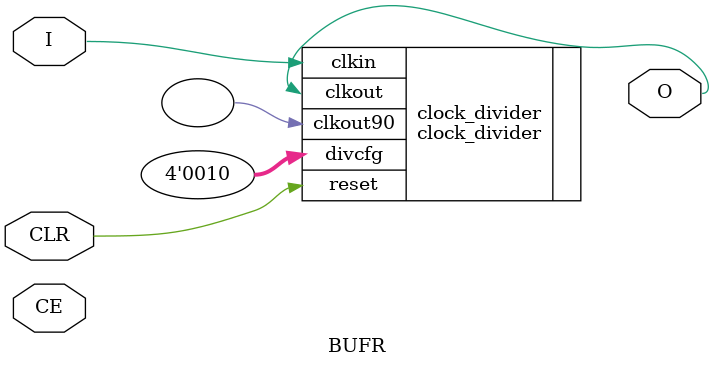
<source format=v>
module BUFR (/*AUTOARG*/
   // Outputs
   O,
   // Inputs
   I, CE, CLR
   );

   parameter BUFR_DIVIDE=4;
   parameter SIM_DEVICE=0;

   input I;
   input CE;
   input CLR;
   output O;

  
   //assign O=I & CE & ~CLR;

   //TODO: need to paraemtrize this!!!   
   clock_divider clock_divider (
				// Outputs
				.clkout		(O),
				.clkout90	(),
				// Inputs
				.clkin		(I),
				.divcfg		(4'b0010),//div4
				.reset		(CLR)
				);
   
   
endmodule // IBUFDS
// Local Variables:
// verilog-library-directories:("../../common/hdl")
// End:

</source>
